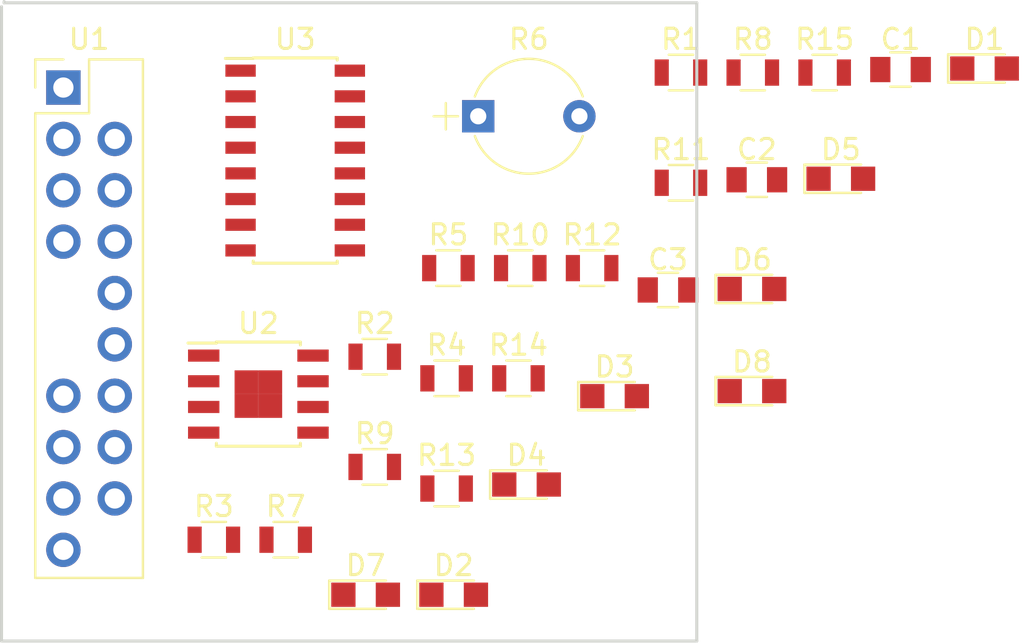
<source format=kicad_pcb>
(kicad_pcb (version 20221018) (generator pcbnew)
  (layers (0 "F.Cu" signal) (31 "B.Cu" signal) (34 "B.Paste" user) (35 "F.Paste" user) (36 "B.SilkS" user "B.Silkscreen") (37 "F.SilkS" user "F.Silkscreen") (38 "B.Mask" user) (39 "F.Mask" user) (44 "Edge.Cuts" user))
  (net 0 "")
  (net 1 "/latchPin")
  (net 2 "GND")
  (net 3 "/3.3V")
  (net 4 "Net-(D1-Pad2)")
  (net 5 "Net-(D1-Pad1)")
  (net 6 "Net-(D2-Pad2)")
  (net 7 "Net-(D2-Pad1)")
  (net 8 "Net-(D3-Pad2)")
  (net 9 "Net-(D3-Pad1)")
  (net 10 "Net-(D4-Pad2)")
  (net 11 "Net-(D4-Pad1)")
  (net 12 "Net-(D5-Pad2)")
  (net 13 "Net-(D5-Pad1)")
  (net 14 "Net-(D6-Pad2)")
  (net 15 "Net-(D6-Pad1)")
  (net 16 "Net-(D7-Pad2)")
  (net 17 "Net-(D7-Pad1)")
  (net 18 "Net-(D8-Pad2)")
  (net 19 "Net-(D8-Pad1)")
  (net 20 "/O.S.")
  (net 21 "Net-(R2-Pad1)")
  (net 22 "Net-(R3-Pad1)")
  (net 23 "Net-(R4-Pad1)")
  (net 24 "/5V")
  (net 25 "/PR_TOP")
  (net 26 "/PR_BOT")
  (net 27 "Net-(U1-Pad3)")
  (net 28 "/clockPin")
  (net 29 "/dataPin")
  (net 30 "Net-(U1-Pad8)")
  (net 31 "Net-(U1-Pad10)")
  (net 32 "/SCL")
  (net 33 "/SDA")
  (net 34 "Net-(U1-Pad17)")
  (net 35 "Net-(U1-Pad18)")
  (net 36 "Net-(U3-Pad9)")
  (footprint "Capacitors_SMD:C_0805" (layer "F.Cu") (at 202.536501 106.869)
    (fp_text reference "C1" (at 0 -1.5) (layer "F.SilkS"))
    (fp_text value "C")
    (fp_line (start -0.5 0.85) (end 0.5 0.85) (stroke (width 0.12)) (layer "F.SilkS"))
    (fp_line (start 0.5 -0.85) (end -0.5 -0.85) (stroke (width 0.12)) (layer "F.SilkS"))
    (pad "1" smd rect (at -1 0) (size 1 1.25) (layers "F.Cu" "F.Paste" "F.Mask") (net 1 "/latchPin"))
    (pad "2" smd rect (at 1 0) (size 1 1.25) (layers "F.Cu" "F.Paste" "F.Mask") (net 2 "GND"))
  )
  (footprint "Capacitors_SMD:C_0805" (layer "F.Cu") (at 195.436501 112.319)
    (fp_text reference "C2" (at 0 -1.5) (layer "F.SilkS"))
    (fp_text value "C")
    (fp_line (start -0.5 0.85) (end 0.5 0.85) (stroke (width 0.12)) (layer "F.SilkS"))
    (fp_line (start 0.5 -0.85) (end -0.5 -0.85) (stroke (width 0.12)) (layer "F.SilkS"))
    (pad "1" smd rect (at -1 0) (size 1 1.25) (layers "F.Cu" "F.Paste" "F.Mask") (net 2 "GND"))
    (pad "2" smd rect (at 1 0) (size 1 1.25) (layers "F.Cu" "F.Paste" "F.Mask") (net 3 "/3.3V"))
  )
  (footprint "Capacitors_SMD:C_0805" (layer "F.Cu") (at 191.046501 117.769)
    (fp_text reference "C3" (at 0 -1.5) (layer "F.SilkS"))
    (fp_text value "C")
    (fp_line (start -0.5 0.85) (end 0.5 0.85) (stroke (width 0.12)) (layer "F.SilkS"))
    (fp_line (start 0.5 -0.85) (end -0.5 -0.85) (stroke (width 0.12)) (layer "F.SilkS"))
    (pad "1" smd rect (at -1 0) (size 1 1.25) (layers "F.Cu" "F.Paste" "F.Mask") (net 2 "GND"))
    (pad "2" smd rect (at 1 0) (size 1 1.25) (layers "F.Cu" "F.Paste" "F.Mask") (net 3 "/3.3V"))
  )
  (footprint "LEDs:LED_0805" (layer "F.Cu") (at 206.686501 106.819)
    (fp_text reference "D1" (at 0 -1.45) (layer "F.SilkS"))
    (fp_text value "LED")
    (fp_line (start -1.8 -0.7) (end -1.8 0.7) (stroke (width 0.12)) (layer "F.SilkS"))
    (fp_line (start -1.8 -0.7) (end 1 -0.7) (stroke (width 0.12)) (layer "F.SilkS"))
    (fp_line (start -1.8 0.7) (end 1 0.7) (stroke (width 0.12)) (layer "F.SilkS"))
    (pad "1" smd rect (at -1.1 0 180) (size 1.2 1.2) (layers "F.Cu" "F.Paste" "F.Mask") (net 5 "Net-(D1-Pad1)"))
    (pad "2" smd rect (at 1.1 0 180) (size 1.2 1.2) (layers "F.Cu" "F.Paste" "F.Mask") (net 4 "Net-(D1-Pad2)"))
  )
  (footprint "LEDs:LED_0805" (layer "F.Cu") (at 180.456501 132.839)
    (fp_text reference "D2" (at 0 -1.45) (layer "F.SilkS"))
    (fp_text value "LED")
    (fp_line (start -1.8 -0.7) (end -1.8 0.7) (stroke (width 0.12)) (layer "F.SilkS"))
    (fp_line (start -1.8 -0.7) (end 1 -0.7) (stroke (width 0.12)) (layer "F.SilkS"))
    (fp_line (start -1.8 0.7) (end 1 0.7) (stroke (width 0.12)) (layer "F.SilkS"))
    (pad "1" smd rect (at -1.1 0 180) (size 1.2 1.2) (layers "F.Cu" "F.Paste" "F.Mask") (net 7 "Net-(D2-Pad1)"))
    (pad "2" smd rect (at 1.1 0 180) (size 1.2 1.2) (layers "F.Cu" "F.Paste" "F.Mask") (net 6 "Net-(D2-Pad2)"))
  )
  (footprint "LEDs:LED_0805" (layer "F.Cu") (at 188.406501 123.019)
    (fp_text reference "D3" (at 0 -1.45) (layer "F.SilkS"))
    (fp_text value "LED")
    (fp_line (start -1.8 -0.7) (end -1.8 0.7) (stroke (width 0.12)) (layer "F.SilkS"))
    (fp_line (start -1.8 -0.7) (end 1 -0.7) (stroke (width 0.12)) (layer "F.SilkS"))
    (fp_line (start -1.8 0.7) (end 1 0.7) (stroke (width 0.12)) (layer "F.SilkS"))
    (pad "1" smd rect (at -1.1 0 180) (size 1.2 1.2) (layers "F.Cu" "F.Paste" "F.Mask") (net 9 "Net-(D3-Pad1)"))
    (pad "2" smd rect (at 1.1 0 180) (size 1.2 1.2) (layers "F.Cu" "F.Paste" "F.Mask") (net 8 "Net-(D3-Pad2)"))
  )
  (footprint "LEDs:LED_0805" (layer "F.Cu") (at 184.056501 127.389)
    (fp_text reference "D4" (at 0 -1.45) (layer "F.SilkS"))
    (fp_text value "LED")
    (fp_line (start -1.8 -0.7) (end -1.8 0.7) (stroke (width 0.12)) (layer "F.SilkS"))
    (fp_line (start -1.8 -0.7) (end 1 -0.7) (stroke (width 0.12)) (layer "F.SilkS"))
    (fp_line (start -1.8 0.7) (end 1 0.7) (stroke (width 0.12)) (layer "F.SilkS"))
    (pad "1" smd rect (at -1.1 0 180) (size 1.2 1.2) (layers "F.Cu" "F.Paste" "F.Mask") (net 11 "Net-(D4-Pad1)"))
    (pad "2" smd rect (at 1.1 0 180) (size 1.2 1.2) (layers "F.Cu" "F.Paste" "F.Mask") (net 10 "Net-(D4-Pad2)"))
  )
  (footprint "LEDs:LED_0805" (layer "F.Cu") (at 199.586501 112.269)
    (fp_text reference "D5" (at 0 -1.45) (layer "F.SilkS"))
    (fp_text value "LED")
    (fp_line (start -1.8 -0.7) (end -1.8 0.7) (stroke (width 0.12)) (layer "F.SilkS"))
    (fp_line (start -1.8 -0.7) (end 1 -0.7) (stroke (width 0.12)) (layer "F.SilkS"))
    (fp_line (start -1.8 0.7) (end 1 0.7) (stroke (width 0.12)) (layer "F.SilkS"))
    (pad "1" smd rect (at -1.1 0 180) (size 1.2 1.2) (layers "F.Cu" "F.Paste" "F.Mask") (net 13 "Net-(D5-Pad1)"))
    (pad "2" smd rect (at 1.1 0 180) (size 1.2 1.2) (layers "F.Cu" "F.Paste" "F.Mask") (net 12 "Net-(D5-Pad2)"))
  )
  (footprint "LEDs:LED_0805" (layer "F.Cu") (at 195.196501 117.719)
    (fp_text reference "D6" (at 0 -1.45) (layer "F.SilkS"))
    (fp_text value "LED")
    (fp_line (start -1.8 -0.7) (end -1.8 0.7) (stroke (width 0.12)) (layer "F.SilkS"))
    (fp_line (start -1.8 -0.7) (end 1 -0.7) (stroke (width 0.12)) (layer "F.SilkS"))
    (fp_line (start -1.8 0.7) (end 1 0.7) (stroke (width 0.12)) (layer "F.SilkS"))
    (pad "1" smd rect (at -1.1 0 180) (size 1.2 1.2) (layers "F.Cu" "F.Paste" "F.Mask") (net 15 "Net-(D6-Pad1)"))
    (pad "2" smd rect (at 1.1 0 180) (size 1.2 1.2) (layers "F.Cu" "F.Paste" "F.Mask") (net 14 "Net-(D6-Pad2)"))
  )
  (footprint "LEDs:LED_0805" (layer "F.Cu") (at 176.106501 132.839)
    (fp_text reference "D7" (at 0 -1.45) (layer "F.SilkS"))
    (fp_text value "LED")
    (fp_line (start -1.8 -0.7) (end -1.8 0.7) (stroke (width 0.12)) (layer "F.SilkS"))
    (fp_line (start -1.8 -0.7) (end 1 -0.7) (stroke (width 0.12)) (layer "F.SilkS"))
    (fp_line (start -1.8 0.7) (end 1 0.7) (stroke (width 0.12)) (layer "F.SilkS"))
    (pad "1" smd rect (at -1.1 0 180) (size 1.2 1.2) (layers "F.Cu" "F.Paste" "F.Mask") (net 17 "Net-(D7-Pad1)"))
    (pad "2" smd rect (at 1.1 0 180) (size 1.2 1.2) (layers "F.Cu" "F.Paste" "F.Mask") (net 16 "Net-(D7-Pad2)"))
  )
  (footprint "LEDs:LED_0805" (layer "F.Cu") (at 195.196501 122.769)
    (fp_text reference "D8" (at 0 -1.45) (layer "F.SilkS"))
    (fp_text value "LED")
    (fp_line (start -1.8 -0.7) (end -1.8 0.7) (stroke (width 0.12)) (layer "F.SilkS"))
    (fp_line (start -1.8 -0.7) (end 1 -0.7) (stroke (width 0.12)) (layer "F.SilkS"))
    (fp_line (start -1.8 0.7) (end 1 0.7) (stroke (width 0.12)) (layer "F.SilkS"))
    (pad "1" smd rect (at -1.1 0 180) (size 1.2 1.2) (layers "F.Cu" "F.Paste" "F.Mask") (net 19 "Net-(D8-Pad1)"))
    (pad "2" smd rect (at 1.1 0 180) (size 1.2 1.2) (layers "F.Cu" "F.Paste" "F.Mask") (net 18 "Net-(D8-Pad2)"))
  )
  (footprint "Resistors_SMD:R_0805" (layer "F.Cu") (at 191.686501 107.019)
    (fp_text reference "R1" (at 0 -1.65) (layer "F.SilkS"))
    (fp_text value "R")
    (fp_line (start -0.6 -0.88) (end 0.6 -0.88) (stroke (width 0.12)) (layer "F.SilkS"))
    (fp_line (start 0.6 0.88) (end -0.6 0.88) (stroke (width 0.12)) (layer "F.SilkS"))
    (pad "1" smd rect (at -0.95 0) (size 0.7 1.3) (layers "F.Cu" "F.Paste" "F.Mask") (net 3 "/3.3V"))
    (pad "2" smd rect (at 0.95 0) (size 0.7 1.3) (layers "F.Cu" "F.Paste" "F.Mask") (net 20 "/O.S."))
  )
  (footprint "Resistors_SMD:R_0805" (layer "F.Cu") (at 176.556501 121.069)
    (fp_text reference "R2" (at 0 -1.65) (layer "F.SilkS"))
    (fp_text value "R")
    (fp_line (start -0.6 -0.88) (end 0.6 -0.88) (stroke (width 0.12)) (layer "F.SilkS"))
    (fp_line (start 0.6 0.88) (end -0.6 0.88) (stroke (width 0.12)) (layer "F.SilkS"))
    (pad "1" smd rect (at -0.95 0) (size 0.7 1.3) (layers "F.Cu" "F.Paste" "F.Mask") (net 21 "Net-(R2-Pad1)"))
    (pad "2" smd rect (at 0.95 0) (size 0.7 1.3) (layers "F.Cu" "F.Paste" "F.Mask") (net 2 "GND"))
  )
  (footprint "Resistors_SMD:R_0805" (layer "F.Cu") (at 168.606501 130.119)
    (fp_text reference "R3" (at 0 -1.65) (layer "F.SilkS"))
    (fp_text value "R")
    (fp_line (start -0.6 -0.88) (end 0.6 -0.88) (stroke (width 0.12)) (layer "F.SilkS"))
    (fp_line (start 0.6 0.88) (end -0.6 0.88) (stroke (width 0.12)) (layer "F.SilkS"))
    (pad "1" smd rect (at -0.95 0) (size 0.7 1.3) (layers "F.Cu" "F.Paste" "F.Mask") (net 22 "Net-(R3-Pad1)"))
    (pad "2" smd rect (at 0.95 0) (size 0.7 1.3) (layers "F.Cu" "F.Paste" "F.Mask") (net 2 "GND"))
  )
  (footprint "Resistors_SMD:R_0805" (layer "F.Cu") (at 180.106501 122.139)
    (fp_text reference "R4" (at 0 -1.65) (layer "F.SilkS"))
    (fp_text value "R")
    (fp_line (start -0.6 -0.88) (end 0.6 -0.88) (stroke (width 0.12)) (layer "F.SilkS"))
    (fp_line (start 0.6 0.88) (end -0.6 0.88) (stroke (width 0.12)) (layer "F.SilkS"))
    (pad "1" smd rect (at -0.95 0) (size 0.7 1.3) (layers "F.Cu" "F.Paste" "F.Mask") (net 23 "Net-(R4-Pad1)"))
    (pad "2" smd rect (at 0.95 0) (size 0.7 1.3) (layers "F.Cu" "F.Paste" "F.Mask") (net 2 "GND"))
  )
  (footprint "Resistors_SMD:R_0805" (layer "F.Cu") (at 180.196501 116.689)
    (fp_text reference "R5" (at 0 -1.65) (layer "F.SilkS"))
    (fp_text value "R")
    (fp_line (start -0.6 -0.88) (end 0.6 -0.88) (stroke (width 0.12)) (layer "F.SilkS"))
    (fp_line (start 0.6 0.88) (end -0.6 0.88) (stroke (width 0.12)) (layer "F.SilkS"))
    (pad "1" smd rect (at -0.95 0) (size 0.7 1.3) (layers "F.Cu" "F.Paste" "F.Mask") (net 24 "/5V"))
    (pad "2" smd rect (at 0.95 0) (size 0.7 1.3) (layers "F.Cu" "F.Paste" "F.Mask") (net 25 "/PR_TOP"))
  )
  (footprint "Capacitors_ThroughHole:CP_Radial_Tantal_D5.5mm_P5.00mm" (layer "F.Cu") (at 181.66912 109.179)
    (fp_text reference "R6" (at 2.5 -3.81) (layer "F.SilkS"))
    (fp_text value "Photo Resistor")
    (fp_line (start -2.2 0) (end -1 0) (stroke (width 0.12)) (layer "F.SilkS"))
    (fp_line (start -1.6 -0.65) (end -1.6 0.65) (stroke (width 0.12)) (layer "F.SilkS"))
    (fp_arc (start -0.165558 -0.98) (mid 2.499311 -2.84) (end 5.165082 -0.981294) (stroke (width 0.12)) (layer "F.SilkS"))
    (fp_arc (start 5.165082 0.981294) (mid 2.499311 2.84) (end -0.165558 0.98) (stroke (width 0.12)) (layer "F.SilkS"))
    (pad "1" thru_hole rect (at 0 0) (size 1.6 1.6) (drill 0.8) (layers "*.Cu" "*.Mask") (net 25 "/PR_TOP"))
    (pad "2" thru_hole circle (at 5 0) (size 1.6 1.6) (drill 0.8) (layers "*.Cu" "*.Mask") (net 26 "/PR_BOT"))
  )
  (footprint "Resistors_SMD:R_0805" (layer "F.Cu") (at 172.156501 130.119)
    (fp_text reference "R7" (at 0 -1.65) (layer "F.SilkS"))
    (fp_text value "R")
    (fp_line (start -0.6 -0.88) (end 0.6 -0.88) (stroke (width 0.12)) (layer "F.SilkS"))
    (fp_line (start 0.6 0.88) (end -0.6 0.88) (stroke (width 0.12)) (layer "F.SilkS"))
    (pad "1" smd rect (at -0.95 0) (size 0.7 1.3) (layers "F.Cu" "F.Paste" "F.Mask") (net 26 "/PR_BOT"))
    (pad "2" smd rect (at 0.95 0) (size 0.7 1.3) (layers "F.Cu" "F.Paste" "F.Mask") (net 2 "GND"))
  )
  (footprint "Resistors_SMD:R_0805" (layer "F.Cu") (at 195.236501 107.019)
    (fp_text reference "R8" (at 0 -1.65) (layer "F.SilkS"))
    (fp_text value "R")
    (fp_line (start -0.6 -0.88) (end 0.6 -0.88) (stroke (width 0.12)) (layer "F.SilkS"))
    (fp_line (start 0.6 0.88) (end -0.6 0.88) (stroke (width 0.12)) (layer "F.SilkS"))
    (pad "1" smd rect (at -0.95 0) (size 0.7 1.3) (layers "F.Cu" "F.Paste" "F.Mask") (net 5 "Net-(D1-Pad1)"))
    (pad "2" smd rect (at 0.95 0) (size 0.7 1.3) (layers "F.Cu" "F.Paste" "F.Mask") (net 2 "GND"))
  )
  (footprint "Resistors_SMD:R_0805" (layer "F.Cu") (at 176.556501 126.519)
    (fp_text reference "R9" (at 0 -1.65) (layer "F.SilkS"))
    (fp_text value "R")
    (fp_line (start -0.6 -0.88) (end 0.6 -0.88) (stroke (width 0.12)) (layer "F.SilkS"))
    (fp_line (start 0.6 0.88) (end -0.6 0.88) (stroke (width 0.12)) (layer "F.SilkS"))
    (pad "1" smd rect (at -0.95 0) (size 0.7 1.3) (layers "F.Cu" "F.Paste" "F.Mask") (net 7 "Net-(D2-Pad1)"))
    (pad "2" smd rect (at 0.95 0) (size 0.7 1.3) (layers "F.Cu" "F.Paste" "F.Mask") (net 2 "GND"))
  )
  (footprint "Resistors_SMD:R_0805" (layer "F.Cu") (at 183.746501 116.689)
    (fp_text reference "R10" (at 0 -1.65) (layer "F.SilkS"))
    (fp_text value "R")
    (fp_line (start -0.6 -0.88) (end 0.6 -0.88) (stroke (width 0.12)) (layer "F.SilkS"))
    (fp_line (start 0.6 0.88) (end -0.6 0.88) (stroke (width 0.12)) (layer "F.SilkS"))
    (pad "1" smd rect (at -0.95 0) (size 0.7 1.3) (layers "F.Cu" "F.Paste" "F.Mask") (net 9 "Net-(D3-Pad1)"))
    (pad "2" smd rect (at 0.95 0) (size 0.7 1.3) (layers "F.Cu" "F.Paste" "F.Mask") (net 2 "GND"))
  )
  (footprint "Resistors_SMD:R_0805" (layer "F.Cu") (at 191.686501 112.469)
    (fp_text reference "R11" (at 0 -1.65) (layer "F.SilkS"))
    (fp_text value "R")
    (fp_line (start -0.6 -0.88) (end 0.6 -0.88) (stroke (width 0.12)) (layer "F.SilkS"))
    (fp_line (start 0.6 0.88) (end -0.6 0.88) (stroke (width 0.12)) (layer "F.SilkS"))
    (pad "1" smd rect (at -0.95 0) (size 0.7 1.3) (layers "F.Cu" "F.Paste" "F.Mask") (net 11 "Net-(D4-Pad1)"))
    (pad "2" smd rect (at 0.95 0) (size 0.7 1.3) (layers "F.Cu" "F.Paste" "F.Mask") (net 2 "GND"))
  )
  (footprint "Resistors_SMD:R_0805" (layer "F.Cu") (at 187.296501 116.689)
    (fp_text reference "R12" (at 0 -1.65) (layer "F.SilkS"))
    (fp_text value "R")
    (fp_line (start -0.6 -0.88) (end 0.6 -0.88) (stroke (width 0.12)) (layer "F.SilkS"))
    (fp_line (start 0.6 0.88) (end -0.6 0.88) (stroke (width 0.12)) (layer "F.SilkS"))
    (pad "1" smd rect (at -0.95 0) (size 0.7 1.3) (layers "F.Cu" "F.Paste" "F.Mask") (net 13 "Net-(D5-Pad1)"))
    (pad "2" smd rect (at 0.95 0) (size 0.7 1.3) (layers "F.Cu" "F.Paste" "F.Mask") (net 2 "GND"))
  )
  (footprint "Resistors_SMD:R_0805" (layer "F.Cu") (at 180.106501 127.589)
    (fp_text reference "R13" (at 0 -1.65) (layer "F.SilkS"))
    (fp_text value "R")
    (fp_line (start -0.6 -0.88) (end 0.6 -0.88) (stroke (width 0.12)) (layer "F.SilkS"))
    (fp_line (start 0.6 0.88) (end -0.6 0.88) (stroke (width 0.12)) (layer "F.SilkS"))
    (pad "1" smd rect (at -0.95 0) (size 0.7 1.3) (layers "F.Cu" "F.Paste" "F.Mask") (net 15 "Net-(D6-Pad1)"))
    (pad "2" smd rect (at 0.95 0) (size 0.7 1.3) (layers "F.Cu" "F.Paste" "F.Mask") (net 2 "GND"))
  )
  (footprint "Resistors_SMD:R_0805" (layer "F.Cu") (at 183.656501 122.139)
    (fp_text reference "R14" (at 0 -1.65) (layer "F.SilkS"))
    (fp_text value "R")
    (fp_line (start -0.6 -0.88) (end 0.6 -0.88) (stroke (width 0.12)) (layer "F.SilkS"))
    (fp_line (start 0.6 0.88) (end -0.6 0.88) (stroke (width 0.12)) (layer "F.SilkS"))
    (pad "1" smd rect (at -0.95 0) (size 0.7 1.3) (layers "F.Cu" "F.Paste" "F.Mask") (net 17 "Net-(D7-Pad1)"))
    (pad "2" smd rect (at 0.95 0) (size 0.7 1.3) (layers "F.Cu" "F.Paste" "F.Mask") (net 2 "GND"))
  )
  (footprint "Resistors_SMD:R_0805" (layer "F.Cu") (at 198.786501 107.019)
    (fp_text reference "R15" (at 0 -1.65) (layer "F.SilkS"))
    (fp_text value "R")
    (fp_line (start -0.6 -0.88) (end 0.6 -0.88) (stroke (width 0.12)) (layer "F.SilkS"))
    (fp_line (start 0.6 0.88) (end -0.6 0.88) (stroke (width 0.12)) (layer "F.SilkS"))
    (pad "1" smd rect (at -0.95 0) (size 0.7 1.3) (layers "F.Cu" "F.Paste" "F.Mask") (net 19 "Net-(D8-Pad1)"))
    (pad "2" smd rect (at 0.95 0) (size 0.7 1.3) (layers "F.Cu" "F.Paste" "F.Mask") (net 2 "GND"))
  )
  (footprint "SensorBoard:CE_Header" (layer "F.Cu") (at 161.171976 107.759)
    (fp_text reference "U1" (at 1.27 -2.39) (layer "F.SilkS"))
    (fp_text value "CE_HEADER")
    (fp_line (start -1.39 -1.39) (end 0 -1.39) (stroke (width 0.12)) (layer "F.SilkS"))
    (fp_line (start -1.39 0) (end -1.39 -1.39) (stroke (width 0.12)) (layer "F.SilkS"))
    (fp_line (start -1.39 1.27) (end -1.39 24.25) (stroke (width 0.12)) (layer "F.SilkS"))
    (fp_line (start -1.39 24.25) (end 3.93 24.25) (stroke (width 0.12)) (layer "F.SilkS"))
    (fp_line (start 1.27 -1.39) (end 1.27 1.27) (stroke (width 0.12)) (layer "F.SilkS"))
    (fp_line (start 1.27 1.27) (end -1.39 1.27) (stroke (width 0.12)) (layer "F.SilkS"))
    (fp_line (start 3.93 -1.39) (end 1.27 -1.39) (stroke (width 0.12)) (layer "F.SilkS"))
    (fp_line (start 3.93 24.25) (end 3.93 -1.39) (stroke (width 0.12)) (layer "F.SilkS"))
    (pad "1" thru_hole rect (at 0 0) (size 1.7 1.7) (drill 1) (layers "*.Cu" "*.Mask") (net 24 "/5V"))
    (pad "3" thru_hole oval (at 0 2.54) (size 1.7 1.7) (drill 1) (layers "*.Cu" "*.Mask") (net 27 "Net-(U1-Pad3)"))
    (pad "4" thru_hole oval (at 2.54 2.54) (size 1.7 1.7) (drill 1) (layers "*.Cu" "*.Mask") (net 20 "/O.S."))
    (pad "5" thru_hole oval (at 0 5.08) (size 1.7 1.7) (drill 1) (layers "*.Cu" "*.Mask") (net 28 "/clockPin"))
    (pad "6" thru_hole oval (at 2.54 5.08) (size 1.7 1.7) (drill 1) (layers "*.Cu" "*.Mask") (net 1 "/latchPin"))
    (pad "7" thru_hole oval (at 0 7.62) (size 1.7 1.7) (drill 1) (layers "*.Cu" "*.Mask") (net 29 "/dataPin"))
    (pad "8" thru_hole oval (at 2.54 7.62) (size 1.7 1.7) (drill 1) (layers "*.Cu" "*.Mask") (net 30 "Net-(U1-Pad8)"))
    (pad "10" thru_hole oval (at 2.54 10.16) (size 1.7 1.7) (drill 1) (layers "*.Cu" "*.Mask") (net 31 "Net-(U1-Pad10)"))
    (pad "12" thru_hole oval (at 2.54 12.7) (size 1.7 1.7) (drill 1) (layers "*.Cu" "*.Mask") (net 3 "/3.3V"))
    (pad "13" thru_hole oval (at 0 15.24) (size 1.7 1.7) (drill 1) (layers "*.Cu" "*.Mask") (net 32 "/SCL"))
    (pad "14" thru_hole oval (at 2.54 15.24) (size 1.7 1.7) (drill 1) (layers "*.Cu" "*.Mask") (net 33 "/SDA"))
    (pad "15" thru_hole oval (at 0 17.78) (size 1.7 1.7) (drill 1) (layers "*.Cu" "*.Mask") (net 25 "/PR_TOP"))
    (pad "16" thru_hole oval (at 2.54 17.78) (size 1.7 1.7) (drill 1) (layers "*.Cu" "*.Mask") (net 26 "/PR_BOT"))
    (pad "17" thru_hole oval (at 0 20.32) (size 1.7 1.7) (drill 1) (layers "*.Cu" "*.Mask") (net 34 "Net-(U1-Pad17)"))
    (pad "18" thru_hole oval (at 2.54 20.32) (size 1.7 1.7) (drill 1) (layers "*.Cu" "*.Mask") (net 35 "Net-(U1-Pad18)"))
    (pad "19" thru_hole oval (at 0 22.86) (size 1.7 1.7) (drill 1) (layers "*.Cu" "*.Mask") (net 2 "GND"))
  )
  (footprint "Housings_SOIC:SOIC-8-1EP_3.9x4.9mm_Pitch1.27mm" (layer "F.Cu") (at 170.806501 122.919)
    (fp_text reference "U2" (at 0 -3.5) (layer "F.SilkS"))
    (fp_text value "DS7505")
    (fp_line (start -2.075 -2.575) (end -2.075 -2.525) (stroke (width 0.15)) (layer "F.SilkS"))
    (fp_line (start -2.075 -2.575) (end 2.075 -2.575) (stroke (width 0.15)) (layer "F.SilkS"))
    (fp_line (start -2.075 -2.525) (end -3.475 -2.525) (stroke (width 0.15)) (layer "F.SilkS"))
    (fp_line (start -2.075 2.575) (end -2.075 2.43) (stroke (width 0.15)) (layer "F.SilkS"))
    (fp_line (start -2.075 2.575) (end 2.075 2.575) (stroke (width 0.15)) (layer "F.SilkS"))
    (fp_line (start 2.075 -2.575) (end 2.075 -2.43) (stroke (width 0.15)) (layer "F.SilkS"))
    (fp_line (start 2.075 2.575) (end 2.075 2.43) (stroke (width 0.15)) (layer "F.SilkS"))
    (pad "1" smd rect (at -2.7 -1.905) (size 1.55 0.6) (layers "F.Cu" "F.Paste" "F.Mask") (net 33 "/SDA"))
    (pad "2" smd rect (at -2.7 -0.635) (size 1.55 0.6) (layers "F.Cu" "F.Paste" "F.Mask") (net 32 "/SCL"))
    (pad "3" smd rect (at -2.7 0.635) (size 1.55 0.6) (layers "F.Cu" "F.Paste" "F.Mask") (net 20 "/O.S."))
    (pad "4" smd rect (at -2.7 1.905) (size 1.55 0.6) (layers "F.Cu" "F.Paste" "F.Mask") (net 2 "GND"))
    (pad "5" smd rect (at 2.7 1.905) (size 1.55 0.6) (layers "F.Cu" "F.Paste" "F.Mask") (net 21 "Net-(R2-Pad1)"))
    (pad "6" smd rect (at 2.7 0.635) (size 1.55 0.6) (layers "F.Cu" "F.Paste" "F.Mask") (net 22 "Net-(R3-Pad1)"))
    (pad "7" smd rect (at 2.7 -0.635) (size 1.55 0.6) (layers "F.Cu" "F.Paste" "F.Mask") (net 23 "Net-(R4-Pad1)"))
    (pad "8" smd rect (at 2.7 -1.905) (size 1.55 0.6) (layers "F.Cu" "F.Paste" "F.Mask") (net 3 "/3.3V"))
    (pad "9" smd rect (at -0.5875 -0.5875) (size 1.175 1.175) (layers "F.Cu" "F.Paste" "F.Mask"))
    (pad "9" smd rect (at -0.5875 0.5875) (size 1.175 1.175) (layers "F.Cu" "F.Paste" "F.Mask"))
    (pad "9" smd rect (at 0.5875 -0.5875) (size 1.175 1.175) (layers "F.Cu" "F.Paste" "F.Mask"))
    (pad "9" smd rect (at 0.5875 0.5875) (size 1.175 1.175) (layers "F.Cu" "F.Paste" "F.Mask"))
  )
  (footprint "Housings_SOIC:SOIC-16_3.9x9.9mm_Pitch1.27mm" (layer "F.Cu") (at 172.626738 111.369)
    (fp_text reference "U3" (at 0 -6) (layer "F.SilkS"))
    (fp_text value "74HC595-PWR")
    (fp_line (start -2.075 -5.075) (end -2.075 -5.05) (stroke (width 0.15)) (layer "F.SilkS"))
    (fp_line (start -2.075 -5.075) (end 2.075 -5.075) (stroke (width 0.15)) (layer "F.SilkS"))
    (fp_line (start -2.075 -5.05) (end -3.45 -5.05) (stroke (width 0.15)) (layer "F.SilkS"))
    (fp_line (start -2.075 5.075) (end -2.075 4.97) (stroke (width 0.15)) (layer "F.SilkS"))
    (fp_line (start -2.075 5.075) (end 2.075 5.075) (stroke (width 0.15)) (layer "F.SilkS"))
    (fp_line (start 2.075 -5.075) (end 2.075 -4.97) (stroke (width 0.15)) (layer "F.SilkS"))
    (fp_line (start 2.075 5.075) (end 2.075 4.97) (stroke (width 0.15)) (layer "F.SilkS"))
    (pad "1" smd rect (at -2.7 -4.445) (size 1.5 0.6) (layers "F.Cu" "F.Paste" "F.Mask") (net 16 "Net-(D7-Pad2)"))
    (pad "2" smd rect (at -2.7 -3.175) (size 1.5 0.6) (layers "F.Cu" "F.Paste" "F.Mask") (net 14 "Net-(D6-Pad2)"))
    (pad "3" smd rect (at -2.7 -1.905) (size 1.5 0.6) (layers "F.Cu" "F.Paste" "F.Mask") (net 12 "Net-(D5-Pad2)"))
    (pad "4" smd rect (at -2.7 -0.635) (size 1.5 0.6) (layers "F.Cu" "F.Paste" "F.Mask") (net 10 "Net-(D4-Pad2)"))
    (pad "5" smd rect (at -2.7 0.635) (size 1.5 0.6) (layers "F.Cu" "F.Paste" "F.Mask") (net 8 "Net-(D3-Pad2)"))
    (pad "6" smd rect (at -2.7 1.905) (size 1.5 0.6) (layers "F.Cu" "F.Paste" "F.Mask") (net 6 "Net-(D2-Pad2)"))
    (pad "7" smd rect (at -2.7 3.175) (size 1.5 0.6) (layers "F.Cu" "F.Paste" "F.Mask") (net 4 "Net-(D1-Pad2)"))
    (pad "8" smd rect (at -2.7 4.445) (size 1.5 0.6) (layers "F.Cu" "F.Paste" "F.Mask") (net 2 "GND"))
    (pad "9" smd rect (at 2.7 4.445) (size 1.5 0.6) (layers "F.Cu" "F.Paste" "F.Mask") (net 36 "Net-(U3-Pad9)"))
    (pad "10" smd rect (at 2.7 3.175) (size 1.5 0.6) (layers "F.Cu" "F.Paste" "F.Mask") (net 3 "/3.3V"))
    (pad "11" smd rect (at 2.7 1.905) (size 1.5 0.6) (layers "F.Cu" "F.Paste" "F.Mask") (net 28 "/clockPin"))
    (pad "12" smd rect (at 2.7 0.635) (size 1.5 0.6) (layers "F.Cu" "F.Paste" "F.Mask") (net 1 "/latchPin"))
    (pad "13" smd rect (at 2.7 -0.635) (size 1.5 0.6) (layers "F.Cu" "F.Paste" "F.Mask") (net 2 "GND"))
    (pad "14" smd rect (at 2.7 -1.905) (size 1.5 0.6) (layers "F.Cu" "F.Paste" "F.Mask") (net 29 "/dataPin"))
    (pad "15" smd rect (at 2.7 -3.175) (size 1.5 0.6) (layers "F.Cu" "F.Paste" "F.Mask") (net 18 "Net-(D8-Pad2)"))
    (pad "16" smd rect (at 2.7 -4.445) (size 1.5 0.6) (layers "F.Cu" "F.Paste" "F.Mask") (net 3 "/3.3V"))
  )
  (gr_line (start 158.115 135.128) (end 192.4685 135.128) (stroke (width 0.15)) (layer "Edge.Cuts"))
  (gr_line (start 192.4685 103.5685) (end 158.242 103.5685) (stroke (width 0.15)) (layer "Edge.Cuts"))
  (gr_line (start 158.115 103.759) (end 158.115 135.128) (stroke (width 0.15)) (layer "Edge.Cuts"))
  (gr_line (start 158.242 103.5685) (end 158.242 103.505) (stroke (width 0.15)) (layer "Edge.Cuts"))
  (gr_line (start 192.4685 135.128) (end 192.4685 103.5685) (stroke (width 0.15)) (layer "Edge.Cuts"))
)
</source>
